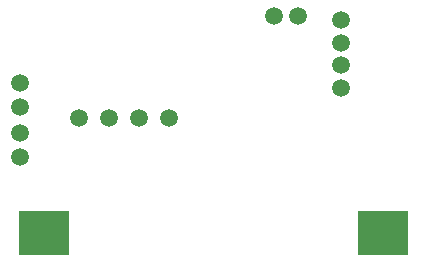
<source format=gbp>
G04 Layer: BottomPasteMaskLayer*
G04 EasyEDA v6.5.40, 2024-06-15 16:39:10*
G04 e63031535b224d068feaf967c7116de5,10*
G04 Gerber Generator version 0.2*
G04 Scale: 100 percent, Rotated: No, Reflected: No *
G04 Dimensions in millimeters *
G04 leading zeros omitted , absolute positions ,4 integer and 5 decimal *
%FSLAX45Y45*%
%MOMM*%

%AMMACRO1*21,1,$1,$2,0,0,$3*%
%ADD10C,1.5000*%
%ADD11MACRO1,4.2001X3.7998X0.0000*%

%LPD*%
D10*
G01*
X10363200Y7175500D03*
G01*
X10363200Y6985000D03*
G01*
X10363200Y6794500D03*
G01*
X10363200Y6604000D03*
G01*
X8394700Y6350000D03*
G01*
X8648700Y6350000D03*
G01*
X8902700Y6350000D03*
G01*
X8140700Y6350000D03*
G01*
X9791700Y7213600D03*
G01*
X9994900Y7213600D03*
G01*
X7645400Y6019800D03*
G01*
X7645400Y6223000D03*
G01*
X7645400Y6438900D03*
G01*
X7645400Y6642100D03*
D11*
G01*
X10722203Y5372100D03*
G01*
X7845196Y5372100D03*
M02*

</source>
